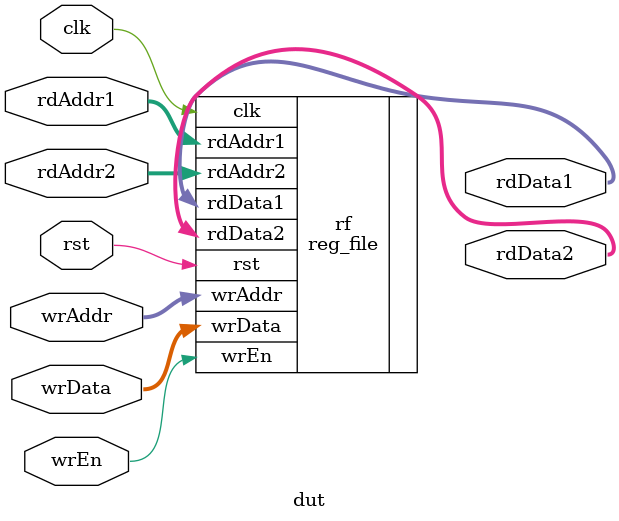
<source format=v>
`timescale 1ns/1ps
module dut (
    input wire [4:0] rdAddr1,
    input wire [4:0] rdAddr2,
    input wire [4:0] wrAddr,
    input wire [31:0] wrData,
    input wire wrEn,
    input wire clk,
    input wire rst,
    output wire [31:0] rdData1,
    output wire [31:0] rdData2
);
    reg_file rf (
        .rdAddr1(rdAddr1),
        .rdAddr2(rdAddr2),
        .wrAddr(wrAddr),
        .wrData(wrData),
        .wrEn(wrEn),
        .clk(clk),
        .rst(rst),
        .rdData1(rdData1),
        .rdData2(rdData2)
    );   
    
endmodule
</source>
